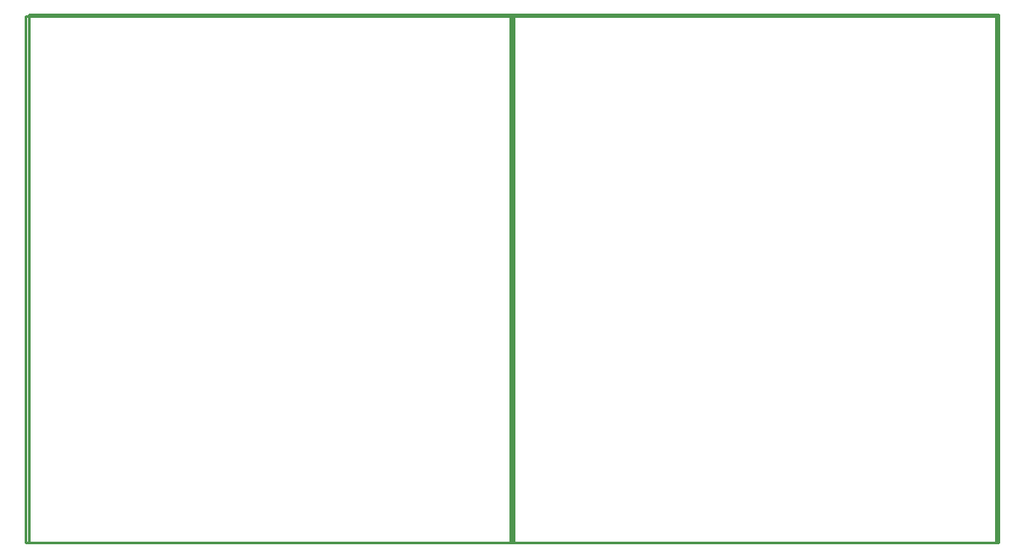
<source format=gko>
G04*
G04 #@! TF.GenerationSoftware,Altium Limited,Altium Designer,19.0.4 (130)*
G04*
G04 Layer_Color=16711935*
%FSLAX24Y24*%
%MOIN*%
G70*
G01*
G75*
%ADD26C,0.0100*%
D26*
X60873Y13750D02*
Y34385D01*
X41873D02*
X60873D01*
X41873Y13750D02*
X60873D01*
X41873D02*
Y34385D01*
X41853Y13750D02*
Y34385D01*
X22853D02*
X41853D01*
X22853Y13750D02*
X41853D01*
X22853D02*
Y34385D01*
X22980Y13750D02*
Y34435D01*
Y13750D02*
X41980D01*
X22980Y34435D02*
X41980D01*
Y13750D02*
Y34435D01*
Y13750D02*
Y34435D01*
Y13750D02*
X60980D01*
X41980Y34435D02*
X60980D01*
Y13750D02*
Y34435D01*
M02*

</source>
